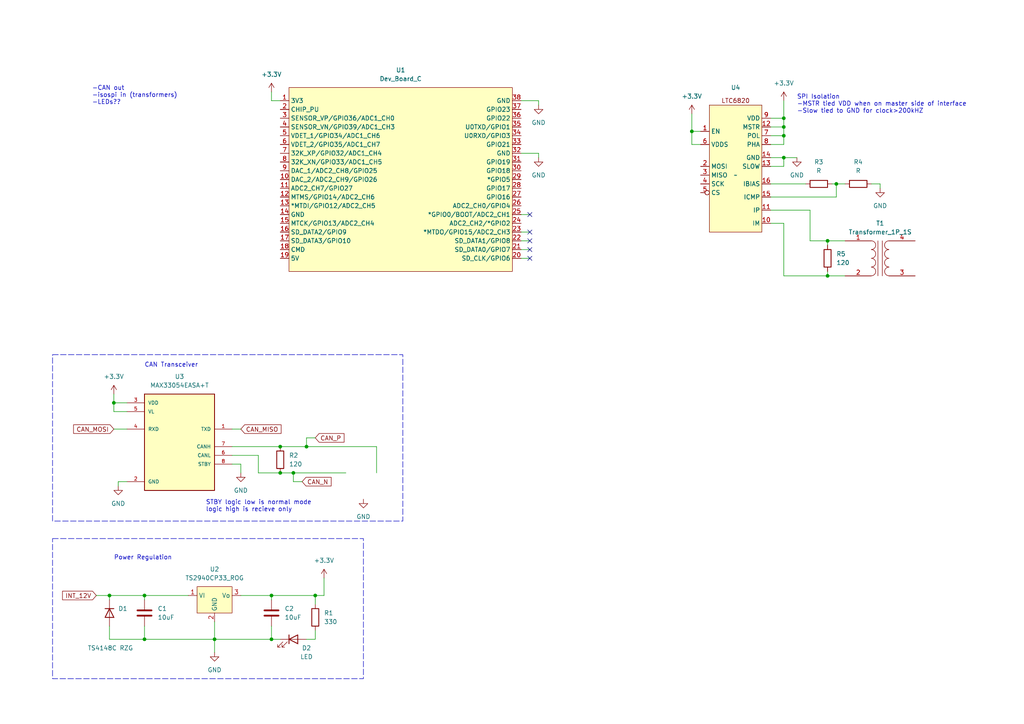
<source format=kicad_sch>
(kicad_sch (version 20230121) (generator eeschema)
  (paper "A4")
  (lib_symbols
    (symbol "AERO_Symbols:Dev_Board_C"
      (property "Reference" "U" (at 0 0 0))
      (property "Value" "Dev_Board_C" (at 0 0 0))
      (symbol "Dev_Board_C_0_0"
        (pin power_in line (at -36.83 -6.35 0) (length 2.54) (name "GND") (number "14"))
        (pin power_in line (at -36.83 -19.05 0) (length 2.54) (name "5V") (number "19"))
      )
      (symbol "Dev_Board_C_0_1"
        (rectangle (start -34.29 30.48) (end 30.48 -22.86) (fill (type background)))
      )
      (symbol "Dev_Board_C_1_1"
        (pin power_in line (at -36.83 26.67 0) (length 2.54) (name "3V3") (number "1"))
        (pin bidirectional line (at -36.83 3.81 0) (length 2.54) (name "DAC_2/ADC2_CH9/GPIO26") (number "10"))
        (pin bidirectional line (at -36.83 1.27 0) (length 2.54) (name "ADC2_CH7/GPIO27") (number "11"))
        (pin bidirectional line (at -36.83 -1.27 0) (length 2.54) (name "MTMS/GPIO14/ADC2_CH6") (number "12"))
        (pin bidirectional line (at -36.83 -3.81 0) (length 2.54) (name "*MTDI/GPIO12/ADC2_CH5") (number "13"))
        (pin bidirectional line (at -36.83 -8.89 0) (length 2.54) (name "MTCK/GPIO13/ADC2_CH4") (number "15"))
        (pin bidirectional line (at -36.83 -11.43 0) (length 2.54) (name "SD_DATA2/GPIO9") (number "16"))
        (pin bidirectional line (at -36.83 -13.97 0) (length 2.54) (name "SD_DATA3/GPIO10") (number "17"))
        (pin bidirectional line (at -36.83 -16.51 0) (length 2.54) (name "CMD") (number "18"))
        (pin input line (at -36.83 24.13 0) (length 2.54) (name "CHIP_PU") (number "2"))
        (pin bidirectional line (at 33.02 -19.05 180) (length 2.54) (name "SD_CLK/GPIO6") (number "20"))
        (pin bidirectional line (at 33.02 -16.51 180) (length 2.54) (name "SD_DATA0/GPIO7") (number "21"))
        (pin bidirectional line (at 33.02 -13.97 180) (length 2.54) (name "SD_DATA1/GPIO8") (number "22"))
        (pin bidirectional line (at 33.02 -11.43 180) (length 2.54) (name "*MTDO/GPIO15/ADC2_CH3") (number "23"))
        (pin bidirectional line (at 33.02 -8.89 180) (length 2.54) (name "ADC2_CH2/*GPIO2") (number "24"))
        (pin bidirectional line (at 33.02 -6.35 180) (length 2.54) (name "*GPIO0/BOOT/ADC2_CH1") (number "25"))
        (pin bidirectional line (at 33.02 -3.81 180) (length 2.54) (name "ADC2_CH0/GPIO4") (number "26"))
        (pin bidirectional line (at 33.02 -1.27 180) (length 2.54) (name "GPIO16") (number "27"))
        (pin bidirectional line (at 33.02 1.27 180) (length 2.54) (name "GPIO17") (number "28"))
        (pin bidirectional line (at 33.02 3.81 180) (length 2.54) (name "*GPIO5") (number "29"))
        (pin input line (at -36.83 21.59 0) (length 2.54) (name "SENSOR_VP/GPIO36/ADC1_CH0") (number "3"))
        (pin bidirectional line (at 33.02 6.35 180) (length 2.54) (name "GPIO18") (number "30"))
        (pin bidirectional line (at 33.02 8.89 180) (length 2.54) (name "GPIO19") (number "31"))
        (pin power_in line (at 33.02 11.43 180) (length 2.54) (name "GND") (number "32"))
        (pin bidirectional line (at 33.02 13.97 180) (length 2.54) (name "GPIO21") (number "33"))
        (pin bidirectional line (at 33.02 16.51 180) (length 2.54) (name "U0RXD/GPIO3") (number "34"))
        (pin bidirectional line (at 33.02 19.05 180) (length 2.54) (name "U0TXD/GPIO1") (number "35"))
        (pin bidirectional line (at 33.02 21.59 180) (length 2.54) (name "GPIO22") (number "36"))
        (pin bidirectional line (at 33.02 24.13 180) (length 2.54) (name "GPIO23") (number "37"))
        (pin power_in line (at 33.02 26.67 180) (length 2.54) (name "GND") (number "38"))
        (pin input line (at -36.83 19.05 0) (length 2.54) (name "SENSOR_VN/GPIO39/ADC1_CH3") (number "4"))
        (pin input line (at -36.83 16.51 0) (length 2.54) (name "VDET_1/GPIO34/ADC1_CH6") (number "5"))
        (pin input line (at -36.83 13.97 0) (length 2.54) (name "VDET_2/GPIO35/ADC1_CH7") (number "6"))
        (pin bidirectional line (at -36.83 11.43 0) (length 2.54) (name "32K_XP/GPIO32/ADC1_CH4") (number "7"))
        (pin bidirectional line (at -36.83 8.89 0) (length 2.54) (name "32K_XN/GPIO33/ADC1_CH5") (number "8"))
        (pin bidirectional line (at -36.83 6.35 0) (length 2.54) (name "DAC_1/ADC2_CH8/GPIO25") (number "9"))
      )
    )
    (symbol "AERO_Symbols:LTC6820"
      (property "Reference" "U" (at 0 -3.81 0))
      (symbol "LTC6820_1_1"
        (rectangle (start -7.62 16.51) (end 7.62 -20.32) (fill (type background)))
        (text "LTC6820" (at 0 17.78 0) (effects (font (size 1.27 1.27))))
        (pin input line (at -10.16 8.89 0) (length 2.54) (name "EN") (number "1"))
        (pin bidirectional line (at 10.16 -17.78 180) (length 2.54) (name "IM") (number "10"))
        (pin bidirectional line (at 10.16 -13.97 180) (length 2.54) (name "IP") (number "11"))
        (pin input line (at 10.16 10.16 180) (length 2.54) (name "MSTR") (number "12"))
        (pin input line (at 10.16 -1.27 180) (length 2.54) (name "SLOW") (number "13"))
        (pin input line (at 10.16 1.27 180) (length 2.54) (name "GND") (number "14"))
        (pin input line (at 10.16 -10.16 180) (length 2.54) (name "ICMP") (number "15"))
        (pin input line (at 10.16 -6.35 180) (length 2.54) (name "IBIAS") (number "16"))
        (pin bidirectional line (at -10.16 -1.27 0) (length 2.54) (name "MOSI") (number "2"))
        (pin bidirectional line (at -10.16 -3.81 0) (length 2.54) (name "MISO") (number "3"))
        (pin bidirectional line (at -10.16 -6.35 0) (length 2.54) (name "SCK") (number "4"))
        (pin bidirectional inverted (at -10.16 -8.89 0) (length 2.54) (name "CS") (number "5"))
        (pin input line (at -10.16 5.08 0) (length 2.54) (name "VDDS") (number "6"))
        (pin input line (at 10.16 7.62 180) (length 2.54) (name "POL") (number "7"))
        (pin input line (at 10.16 5.08 180) (length 2.54) (name "PHA") (number "8"))
        (pin input line (at 10.16 12.7 180) (length 2.54) (name "VDD") (number "9"))
      )
    )
    (symbol "AERO_Symbols:MAX33054EASA+T" (pin_names (offset 1.016))
      (property "Reference" "U" (at -10.16 13.6906 0))
      (property "Value" "MAX33054EASA+T" (at -10.16 -19.2278 0))
      (symbol "MAX33054EASA+T_0_0"
        (rectangle (start -10.16 -15.24) (end 10.16 12.7) (stroke (width 0.254)) (fill (type background)))
        (pin input line (at -15.24 2.54 0) (length 5.08) (name "TXD") (number "1"))
        (pin power_in line (at 15.24 -12.7 180) (length 5.08) (name "GND") (number "2"))
        (pin power_in line (at 15.24 10.16 180) (length 5.08) (name "VDD") (number "3"))
        (pin output line (at 15.24 2.54 180) (length 5.08) (name "RXD") (number "4"))
        (pin power_in line (at 15.24 7.62 180) (length 5.08) (name "VL") (number "5"))
        (pin input line (at -15.24 -5.08 0) (length 5.08) (name "CANL") (number "6"))
        (pin input line (at -15.24 -2.54 0) (length 5.08) (name "CANH") (number "7"))
        (pin input line (at -15.24 -7.62 0) (length 5.08) (name "STBY") (number "8"))
      )
    )
    (symbol "AERO_Symbols:TS2940CP33_ROG"
      (property "Reference" "U" (at 0 10.16 0))
      (property "Value" "TS2940CP33_ROG" (at 0 7.62 0))
      (symbol "TS2940CP33_ROG_0_1"
        (rectangle (start -5.08 2.54) (end 5.08 -5.08) (fill (type background)))
      )
      (symbol "TS2940CP33_ROG_1_1"
        (pin power_in line (at -7.62 0 0) (length 2.54) (name "VI") (number "1"))
        (pin power_out line (at 0 -7.62 90) (length 2.54) (name "GND") (number "2"))
        (pin power_out line (at 7.62 0 180) (length 2.54) (name "Vo") (number "3"))
      )
    )
    (symbol "Device:C" (pin_numbers hide) (pin_names (offset 0.254))
      (property "Reference" "C" (at 0.635 2.54 0))
      (property "Value" "C" (at 0.635 -2.54 0))
      (symbol "C_0_1"
        (polyline (pts (xy -2.032 -0.762) (xy 2.032 -0.762)) (stroke (width 0.508)))
        (polyline (pts (xy -2.032 0.762) (xy 2.032 0.762)) (stroke (width 0.508)))
      )
      (symbol "C_1_1"
        (pin passive line (at 0 3.81 270) (length 2.794) (name "~") (number "1"))
        (pin passive line (at 0 -3.81 90) (length 2.794) (name "~") (number "2"))
      )
    )
    (symbol "Device:D" (pin_numbers hide) (pin_names (offset 1.016) hide)
      (property "Reference" "D" (at 0 2.54 0))
      (property "Value" "D" (at 0 -2.54 0))
      (symbol "D_0_1"
        (polyline (pts (xy -1.27 1.27) (xy -1.27 -1.27)) (stroke (width 0.254)))
        (polyline (pts (xy 1.27 0) (xy -1.27 0)))
        (polyline (pts (xy 1.27 1.27) (xy 1.27 -1.27) (xy -1.27 0) (xy 1.27 1.27)) (stroke (width 0.254)))
      )
      (symbol "D_1_1"
        (pin passive line (at -3.81 0 0) (length 2.54) (name "K") (number "1"))
        (pin passive line (at 3.81 0 180) (length 2.54) (name "A") (number "2"))
      )
    )
    (symbol "Device:LED" (pin_numbers hide) (pin_names (offset 1.016) hide)
      (property "Reference" "D" (at 0 2.54 0))
      (property "Value" "LED" (at 0 -2.54 0))
      (symbol "LED_0_1"
        (polyline (pts (xy -1.27 -1.27) (xy -1.27 1.27)) (stroke (width 0.254)))
        (polyline (pts (xy -1.27 0) (xy 1.27 0)))
        (polyline (pts (xy 1.27 -1.27) (xy 1.27 1.27) (xy -1.27 0) (xy 1.27 -1.27)) (stroke (width 0.254)))
        (polyline (pts (xy -3.048 -0.762) (xy -4.572 -2.286) (xy -3.81 -2.286) (xy -4.572 -2.286) (xy -4.572 -1.524)))
        (polyline (pts (xy -1.778 -0.762) (xy -3.302 -2.286) (xy -2.54 -2.286) (xy -3.302 -2.286) (xy -3.302 -1.524)))
      )
      (symbol "LED_1_1"
        (pin passive line (at -3.81 0 0) (length 2.54) (name "K") (number "1"))
        (pin passive line (at 3.81 0 180) (length 2.54) (name "A") (number "2"))
      )
    )
    (symbol "Device:R" (pin_numbers hide) (pin_names (offset 0))
      (property "Reference" "R" (at 2.032 0 90))
      (property "Value" "R" (at 0 0 90))
      (symbol "R_0_1"
        (rectangle (start -1.016 -2.54) (end 1.016 2.54) (stroke (width 0.254)))
      )
      (symbol "R_1_1"
        (pin passive line (at 0 3.81 270) (length 1.27) (name "~") (number "1"))
        (pin passive line (at 0 -3.81 90) (length 1.27) (name "~") (number "2"))
      )
    )
    (symbol "Device:Transformer_1P_1S" (pin_names (offset 1.016) hide)
      (property "Reference" "T" (at 0 6.35 0))
      (property "Value" "Transformer_1P_1S" (at 0 -7.62 0))
      (symbol "Transformer_1P_1S_0_1"
        (arc (start -2.54 -5.0546) (mid -1.6599 -4.6901) (end -1.27 -3.81))
        (arc (start -2.54 -2.5146) (mid -1.6599 -2.1501) (end -1.27 -1.27))
        (arc (start -2.54 0.0254) (mid -1.6599 0.3899) (end -1.27 1.27))
        (arc (start -2.54 2.5654) (mid -1.6599 2.9299) (end -1.27 3.81))
        (arc (start -1.27 -3.81) (mid -1.642 -2.912) (end -2.54 -2.54))
        (arc (start -1.27 -1.27) (mid -1.642 -0.372) (end -2.54 0))
        (arc (start -1.27 1.27) (mid -1.642 2.168) (end -2.54 2.54))
        (arc (start -1.27 3.81) (mid -1.642 4.708) (end -2.54 5.08))
        (polyline (pts (xy -0.635 5.08) (xy -0.635 -5.08)))
        (polyline (pts (xy 0.635 -5.08) (xy 0.635 5.08)))
        (arc (start 1.2954 -1.27) (mid 1.6599 -2.1501) (end 2.54 -2.5146))
        (arc (start 1.2954 1.27) (mid 1.6599 0.3899) (end 2.54 0.0254))
        (arc (start 1.2954 3.81) (mid 1.6599 2.9299) (end 2.54 2.5654))
        (arc (start 1.3208 -3.81) (mid 1.6853 -4.6901) (end 2.5654 -5.0546))
        (arc (start 2.54 0) (mid 1.642 -0.372) (end 1.2954 -1.27))
        (arc (start 2.54 2.54) (mid 1.642 2.168) (end 1.2954 1.27))
        (arc (start 2.54 5.08) (mid 1.642 4.708) (end 1.2954 3.81))
        (arc (start 2.5654 -2.54) (mid 1.6674 -2.912) (end 1.3208 -3.81))
      )
      (symbol "Transformer_1P_1S_1_1"
        (pin passive line (at -10.16 5.08 0) (length 7.62) (name "AA") (number "1"))
        (pin passive line (at -10.16 -5.08 0) (length 7.62) (name "AB") (number "2"))
        (pin passive line (at 10.16 -5.08 180) (length 7.62) (name "SA") (number "3"))
        (pin passive line (at 10.16 5.08 180) (length 7.62) (name "SB") (number "4"))
      )
    )
    (symbol "power:+3.3V" (power) (pin_names (offset 0))
      (property "Value" "+3.3V" (at 0 3.556 0))
      (symbol "+3.3V_0_1"
        (polyline (pts (xy -0.762 1.27) (xy 0 2.54)))
        (polyline (pts (xy 0 0) (xy 0 2.54)))
        (polyline (pts (xy 0 2.54) (xy 0.762 1.27)))
      )
      (symbol "+3.3V_1_1"
        (pin power_in line (at 0 0 90) (length 0) hide (name "+3.3V") (number "1"))
      )
    )
    (symbol "power:GND" (power) (pin_names (offset 0))
      (property "Value" "GND" (at 0 -3.81 0))
      (symbol "GND_0_1"
        (polyline (pts (xy 0 0) (xy 0 -1.27) (xy 1.27 -1.27) (xy 0 -2.54) (xy -1.27 -1.27) (xy 0 -1.27)))
      )
      (symbol "GND_1_1"
        (pin power_in line (at 0 0 270) (length 0) hide (name "GND") (number "1"))
      )
    )
  )
  (junction (at 81.28 129.54))
  (junction (at 242.57 53.34))
  (junction (at 33.02 116.84))
  (junction (at 81.28 137.16))
  (junction (at 200.66 38.1))
  (junction (at 78.74 172.72))
  (junction (at 227.33 39.37))
  (junction (at 240.03 69.85))
  (junction (at 41.91 185.42))
  (junction (at 85.09 137.16))
  (junction (at 91.44 172.72))
  (junction (at 62.23 185.42))
  (junction (at 88.9 129.54))
  (junction (at 227.33 34.29))
  (junction (at 31.75 172.72))
  (junction (at 78.74 185.42))
  (junction (at 240.03 80.01))
  (junction (at 41.91 172.72))
  (junction (at 227.33 45.72))
  (junction (at 227.33 36.83))
  (no_connect (at 153.67 72.39))
  (no_connect (at 153.67 62.23))
  (no_connect (at 153.67 69.85))
  (no_connect (at 153.67 67.31))
  (no_connect (at 153.67 74.93))
  (wire (pts (xy 227.33 39.37) (xy 227.33 41.91)))
  (wire (pts (xy 109.22 129.54) (xy 109.22 137.16)))
  (wire (pts (xy 151.13 29.21) (xy 156.21 29.21)))
  (wire (pts (xy 223.52 39.37) (xy 227.33 39.37)))
  (wire (pts (xy 31.75 181.61) (xy 31.75 185.42)))
  (wire (pts (xy 78.74 29.21) (xy 78.74 26.67)))
  (wire (pts (xy 34.29 139.7) (xy 36.83 139.7)))
  (wire (pts (xy 151.13 74.93) (xy 153.67 74.93)))
  (wire (pts (xy 69.85 134.62) (xy 69.85 137.16)))
  (wire (pts (xy 81.28 29.21) (xy 78.74 29.21)))
  (wire (pts (xy 227.33 80.01) (xy 240.03 80.01)))
  (wire (pts (xy 33.02 119.38) (xy 33.02 116.84)))
  (wire (pts (xy 241.3 53.34) (xy 242.57 53.34)))
  (wire (pts (xy 41.91 172.72) (xy 31.75 172.72)))
  (wire (pts (xy 240.03 78.74) (xy 240.03 80.01)))
  (wire (pts (xy 151.13 44.45) (xy 156.21 44.45)))
  (wire (pts (xy 54.61 172.72) (xy 41.91 172.72)))
  (wire (pts (xy 240.03 80.01) (xy 245.11 80.01)))
  (wire (pts (xy 227.33 48.26) (xy 227.33 45.72)))
  (wire (pts (xy 200.66 41.91) (xy 203.2 41.91)))
  (wire (pts (xy 227.33 29.21) (xy 227.33 34.29)))
  (wire (pts (xy 41.91 181.61) (xy 41.91 185.42)))
  (wire (pts (xy 88.9 129.54) (xy 109.22 129.54)))
  (wire (pts (xy 227.33 41.91) (xy 223.52 41.91)))
  (wire (pts (xy 88.9 185.42) (xy 91.44 185.42)))
  (wire (pts (xy 234.95 69.85) (xy 234.95 60.96)))
  (wire (pts (xy 85.09 137.16) (xy 100.33 137.16)))
  (wire (pts (xy 227.33 64.77) (xy 223.52 64.77)))
  (wire (pts (xy 81.28 137.16) (xy 85.09 137.16)))
  (wire (pts (xy 85.09 137.16) (xy 85.09 139.7)))
  (wire (pts (xy 78.74 172.72) (xy 69.85 172.72)))
  (wire (pts (xy 227.33 36.83) (xy 227.33 39.37)))
  (wire (pts (xy 33.02 116.84) (xy 33.02 114.3)))
  (wire (pts (xy 203.2 38.1) (xy 200.66 38.1)))
  (wire (pts (xy 78.74 172.72) (xy 91.44 172.72)))
  (wire (pts (xy 81.28 129.54) (xy 88.9 129.54)))
  (wire (pts (xy 200.66 33.02) (xy 200.66 38.1)))
  (wire (pts (xy 93.98 172.72) (xy 93.98 167.64)))
  (wire (pts (xy 242.57 53.34) (xy 245.11 53.34)))
  (wire (pts (xy 85.09 139.7) (xy 87.63 139.7)))
  (wire (pts (xy 223.52 36.83) (xy 227.33 36.83)))
  (wire (pts (xy 91.44 172.72) (xy 93.98 172.72)))
  (wire (pts (xy 151.13 69.85) (xy 153.67 69.85)))
  (wire (pts (xy 234.95 60.96) (xy 223.52 60.96)))
  (wire (pts (xy 151.13 67.31) (xy 153.67 67.31)))
  (wire (pts (xy 34.29 139.7) (xy 34.29 140.97)))
  (wire (pts (xy 156.21 45.72) (xy 156.21 44.45)))
  (wire (pts (xy 27.94 172.72) (xy 31.75 172.72)))
  (wire (pts (xy 69.85 124.46) (xy 67.31 124.46)))
  (wire (pts (xy 62.23 180.34) (xy 62.23 185.42)))
  (wire (pts (xy 31.75 172.72) (xy 31.75 173.99)))
  (wire (pts (xy 62.23 185.42) (xy 62.23 189.23)))
  (wire (pts (xy 81.28 137.16) (xy 74.93 137.16)))
  (wire (pts (xy 240.03 69.85) (xy 234.95 69.85)))
  (wire (pts (xy 36.83 119.38) (xy 33.02 119.38)))
  (wire (pts (xy 41.91 172.72) (xy 41.91 173.99)))
  (wire (pts (xy 223.52 53.34) (xy 233.68 53.34)))
  (wire (pts (xy 223.52 57.15) (xy 242.57 57.15)))
  (wire (pts (xy 240.03 69.85) (xy 240.03 71.12)))
  (wire (pts (xy 31.75 185.42) (xy 41.91 185.42)))
  (wire (pts (xy 41.91 185.42) (xy 62.23 185.42)))
  (wire (pts (xy 245.11 69.85) (xy 240.03 69.85)))
  (wire (pts (xy 255.27 53.34) (xy 255.27 54.61)))
  (wire (pts (xy 252.73 53.34) (xy 255.27 53.34)))
  (wire (pts (xy 91.44 127) (xy 88.9 127)))
  (wire (pts (xy 36.83 116.84) (xy 33.02 116.84)))
  (wire (pts (xy 78.74 185.42) (xy 78.74 181.61)))
  (wire (pts (xy 227.33 45.72) (xy 231.14 45.72)))
  (wire (pts (xy 227.33 34.29) (xy 227.33 36.83)))
  (wire (pts (xy 223.52 45.72) (xy 227.33 45.72)))
  (wire (pts (xy 91.44 185.42) (xy 91.44 182.88)))
  (wire (pts (xy 78.74 173.99) (xy 78.74 172.72)))
  (wire (pts (xy 33.02 124.46) (xy 36.83 124.46)))
  (wire (pts (xy 67.31 129.54) (xy 81.28 129.54)))
  (wire (pts (xy 156.21 30.48) (xy 156.21 29.21)))
  (wire (pts (xy 200.66 38.1) (xy 200.66 41.91)))
  (wire (pts (xy 223.52 48.26) (xy 227.33 48.26)))
  (wire (pts (xy 88.9 127) (xy 88.9 129.54)))
  (wire (pts (xy 151.13 62.23) (xy 153.67 62.23)))
  (wire (pts (xy 78.74 185.42) (xy 81.28 185.42)))
  (wire (pts (xy 91.44 175.26) (xy 91.44 172.72)))
  (wire (pts (xy 223.52 34.29) (xy 227.33 34.29)))
  (wire (pts (xy 74.93 132.08) (xy 67.31 132.08)))
  (wire (pts (xy 151.13 72.39) (xy 153.67 72.39)))
  (wire (pts (xy 67.31 134.62) (xy 69.85 134.62)))
  (wire (pts (xy 227.33 64.77) (xy 227.33 80.01)))
  (wire (pts (xy 74.93 137.16) (xy 74.93 132.08)))
  (wire (pts (xy 242.57 57.15) (xy 242.57 53.34)))
  (wire (pts (xy 62.23 185.42) (xy 78.74 185.42)))
  (rectangle (start 15.24 156.21) (end 105.41 196.85) (stroke (width 0) (type dash)))
  (rectangle (start 15.24 102.87) (end 116.84 151.13) (stroke (width 0) (type dash)))
  (text "SPI Isolation\n-MSTR tied VDD when on master side of interface\n-Slow tied to GND for clock>200kHZ" (at 231.14 33.02 0) (effects (font (size 1.27 1.27)) (justify left bottom)))
  (text "Power Regulation\n" (at 33.02 162.56 0) (effects (font (size 1.27 1.27)) (justify left bottom)))
  (text "-CAN out\n-isospi in (transformers)\n-LEDs??\n" (at 26.67 30.48 0) (effects (font (size 1.27 1.27)) (justify left bottom)))
  (text "CAN Transceiver\n" (at 41.91 106.68 0) (effects (font (size 1.27 1.27)) (justify left bottom)))
  (text "STBY logic low is normal mode\nlogic high is recieve only\n" (at 59.69 148.59 0) (effects (font (size 1.27 1.27)) (justify left bottom)))
  (global_label "CAN_MISO" (shape input) (at 69.85 124.46 0) (property "Intersheetrefs" "${INTERSHEET_REFS}" (effects hide)))
  (global_label "CAN_N" (shape input) (at 87.63 139.7 0) (property "Intersheetrefs" "${INTERSHEET_REFS}" (effects hide)))
  (global_label "INT_12V" (shape input) (at 27.94 172.72 180) (property "Intersheetrefs" "${INTERSHEET_REFS}" (effects hide)))
  (global_label "CAN_P" (shape input) (at 91.44 127 0) (property "Intersheetrefs" "${INTERSHEET_REFS}" (effects hide)))
  (global_label "CAN_MOSI" (shape input) (at 33.02 124.46 180) (property "Intersheetrefs" "${INTERSHEET_REFS}" (effects hide)))
  (symbol (lib_id "Device:Transformer_1P_1S") (at 255.27 74.93 0) (unit 1)
    (property "Reference" "T1" (at 255.2827 64.77 0))
    (property "Value" "Transformer_1P_1S" (at 255.2827 67.31 0))
  )
  (symbol (lib_id "AERO_Symbols:TS2940CP33_ROG") (at 62.23 172.72 0) (unit 1)
    (property "Reference" "U2" (at 62.23 165.1 0))
    (property "Value" "TS2940CP33_ROG" (at 62.23 167.64 0))
  )
  (symbol (lib_id "Device:R") (at 91.44 179.07 0) (unit 1)
    (property "Reference" "R1" (at 93.98 177.8 0) (effects (justify left)))
    (property "Value" "330" (at 93.98 180.34 0) (effects (justify left)))
  )
  (symbol (lib_id "Device:C") (at 78.74 177.8 0) (unit 1)
    (property "Reference" "C2" (at 82.55 176.53 0) (effects (justify left)))
    (property "Value" "10uF" (at 82.55 179.07 0) (effects (justify left)))
  )
  (symbol (lib_id "AERO_Symbols:MAX33054EASA+T") (at 52.07 127 0) (mirror y) (unit 1)
    (property "Reference" "U3" (at 52.07 109.22 0))
    (property "Value" "MAX33054EASA+T" (at 52.07 111.76 0))
    (property "Footprint" "SOIC127P600X175-8N" (effects hide))
    (property "PACKAGE" "SOIC-8 Maxim Integrated" (effects hide))
    (property "MF" "Maxim Integrated" (effects hide))
    (property "PRICE" "None" (effects hide))
    (property "MP" "MAX33054EASA+T" (effects hide))
    (property "DESCRIPTION" "IC TXRX CAN 3.3V 2MBPS 25KV 8SO" (effects hide))
    (property "AVAILABILITY" "Unavailable" (effects hide))
  )
  (symbol (lib_id "power:+3.3V") (at 93.98 167.64 0) (unit 1)
    (property "Reference" "#PWR01" (effects hide))
    (property "Value" "+3.3V" (at 93.98 162.56 0))
  )
  (symbol (lib_id "Device:R") (at 81.28 133.35 0) (unit 1)
    (property "Reference" "R2" (at 83.82 132.08 0) (effects (justify left)))
    (property "Value" "120" (at 83.82 134.62 0) (effects (justify left)))
  )
  (symbol (lib_id "power:+3.3V") (at 227.33 29.21 0) (unit 1)
    (property "Reference" "#PWR011" (effects hide))
    (property "Value" "+3.3V" (at 227.33 24.13 0))
  )
  (symbol (lib_id "Device:R") (at 237.49 53.34 90) (unit 1)
    (property "Reference" "R3" (at 237.49 46.99 90))
    (property "Value" "R" (at 237.49 49.53 90))
  )
  (symbol (lib_id "Device:C") (at 41.91 177.8 0) (unit 1)
    (property "Reference" "C1" (at 45.72 176.53 0) (effects (justify left)))
    (property "Value" "10uF" (at 45.72 179.07 0) (effects (justify left)))
  )
  (symbol (lib_id "power:+3.3V") (at 33.02 114.3 0) (mirror y) (unit 1)
    (property "Reference" "#PWR06" (effects hide))
    (property "Value" "+3.3V" (at 33.02 109.22 0))
  )
  (symbol (lib_id "AERO_Symbols:Dev_Board_C") (at 118.11 55.88 0) (unit 1)
    (property "Reference" "U1" (at 116.205 20.32 0))
    (property "Value" "Dev_Board_C" (at 116.205 22.86 0))
  )
  (symbol (lib_id "power:GND") (at 69.85 137.16 0) (unit 1)
    (property "Reference" "#PWR08" (effects hide))
    (property "Value" "GND" (at 69.85 142.24 0))
  )
  (symbol (lib_id "Device:LED") (at 85.09 185.42 0) (unit 1)
    (property "Reference" "D2" (at 88.9 187.96 0))
    (property "Value" "LED" (at 88.9 190.5 0))
  )
  (symbol (lib_id "power:+3.3V") (at 78.74 26.67 0) (unit 1)
    (property "Reference" "#PWR02" (effects hide))
    (property "Value" "+3.3V" (at 78.74 21.59 0))
  )
  (symbol (lib_id "Device:R") (at 248.92 53.34 90) (unit 1)
    (property "Reference" "R4" (at 248.92 46.99 90))
    (property "Value" "R" (at 248.92 49.53 90))
  )
  (symbol (lib_id "AERO_Symbols:LTC6820") (at 213.36 46.99 0) (unit 1)
    (property "Reference" "U4" (at 213.36 25.4 0))
    (property "Value" "~" (at 213.36 50.8 0))
  )
  (symbol (lib_id "power:GND") (at 34.29 140.97 0) (unit 1)
    (property "Reference" "#PWR07" (effects hide))
    (property "Value" "GND" (at 34.29 146.05 0))
  )
  (symbol (lib_id "power:GND") (at 62.23 189.23 0) (unit 1)
    (property "Reference" "#PWR03" (effects hide))
    (property "Value" "GND" (at 62.23 194.31 0))
  )
  (symbol (lib_id "Device:R") (at 240.03 74.93 180) (unit 1)
    (property "Reference" "R5" (at 242.57 73.66 0) (effects (justify right)))
    (property "Value" "120" (at 242.57 76.2 0) (effects (justify right)))
  )
  (symbol (lib_id "power:GND") (at 255.27 54.61 0) (unit 1)
    (property "Reference" "#PWR013" (effects hide))
    (property "Value" "GND" (at 255.27 59.69 0))
  )
  (symbol (lib_id "power:GND") (at 231.14 45.72 0) (unit 1)
    (property "Reference" "#PWR012" (effects hide))
    (property "Value" "GND" (at 231.14 50.8 0))
  )
  (symbol (lib_id "power:GND") (at 156.21 45.72 0) (unit 1)
    (property "Reference" "#PWR04" (effects hide))
    (property "Value" "GND" (at 156.21 50.8 0))
  )
  (symbol (lib_id "Device:D") (at 31.75 177.8 270) (unit 1)
    (property "Reference" "D1" (at 34.29 176.53 90) (effects (justify left)))
    (property "Value" "TS4148C RZG" (at 25.4 187.96 90) (effects (justify left)))
    (property "Sim.Device" "D" (effects hide))
    (property "Sim.Pins" "1=K 2=A" (effects hide))
  )
  (symbol (lib_id "power:GND") (at 105.41 144.78 0) (unit 1)
    (property "Reference" "#PWR09" (effects hide))
    (property "Value" "GND" (at 105.41 149.86 0))
  )
  (symbol (lib_id "power:+3.3V") (at 200.66 33.02 0) (unit 1)
    (property "Reference" "#PWR010" (effects hide))
    (property "Value" "+3.3V" (at 200.66 27.94 0))
  )
  (symbol (lib_id "power:GND") (at 156.21 30.48 0) (unit 1)
    (property "Reference" "#PWR05" (effects hide))
    (property "Value" "GND" (at 156.21 35.56 0))
  )
)
</source>
